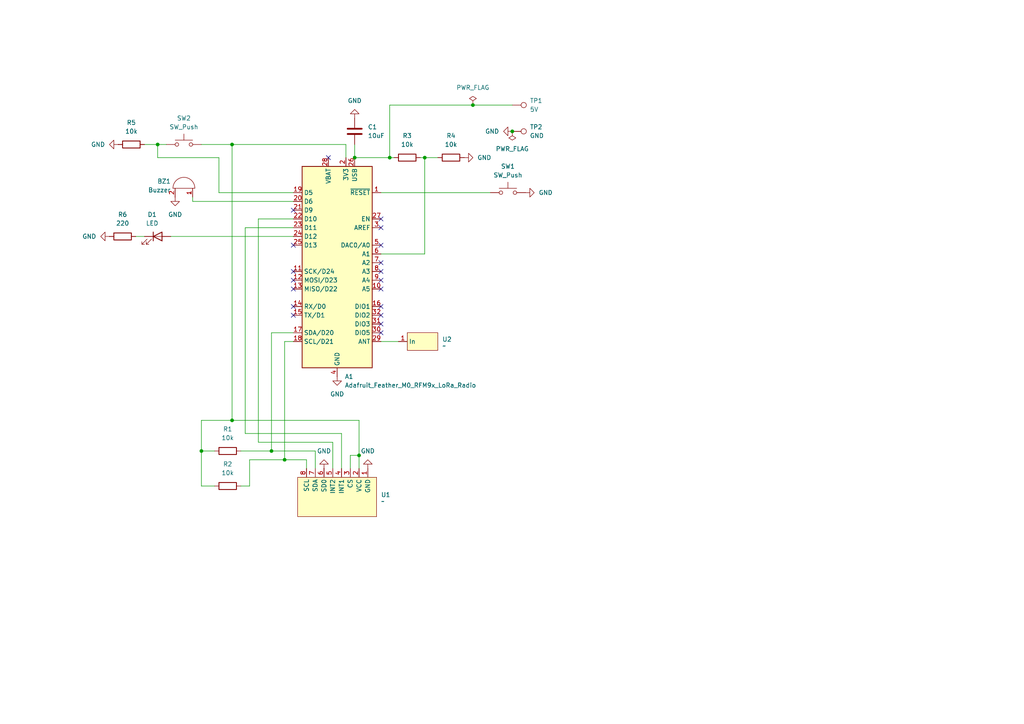
<source format=kicad_sch>
(kicad_sch (version 20231120) (generator "eeschema") (generator_version "8.0")
  (paper "A4")
  (lib_symbols
    (symbol "Connector:TestPoint" (pin_numbers hide) (pin_names (offset 0.762) hide)
      (property "Reference" "TP" (at 0 6.858 0))
      (property "Value" "TestPoint" (at 0 5.08 0))
      (symbol "TestPoint_0_1"
        (circle (center 0 3.302) (radius 0.762))
      )
      (symbol "TestPoint_1_1"
        (pin passive line (at 0 0 90) (length 2.54) (name "1") (number "1"))
      )
    )
    (symbol "Device:Buzzer" (pin_names (offset 0.0254) hide)
      (property "Reference" "BZ" (at 3.81 1.27 0))
      (property "Value" "Buzzer" (at 3.81 -1.27 0))
      (symbol "Buzzer_0_1"
        (arc (start 0 -3.175) (mid 3.1612 0) (end 0 3.175))
        (polyline (pts (xy -1.651 1.905) (xy -1.143 1.905)))
        (polyline (pts (xy -1.397 2.159) (xy -1.397 1.651)))
        (polyline (pts (xy 0 3.175) (xy 0 -3.175)))
      )
      (symbol "Buzzer_1_1"
        (pin passive line (at -2.54 2.54 0) (length 2.54) (name "+") (number "1"))
        (pin passive line (at -2.54 -2.54 0) (length 2.54) (name "-") (number "2"))
      )
    )
    (symbol "Device:C" (pin_numbers hide) (pin_names (offset 0.254))
      (property "Reference" "C" (at 0.635 2.54 0))
      (property "Value" "C" (at 0.635 -2.54 0))
      (symbol "C_0_1"
        (polyline (pts (xy -2.032 -0.762) (xy 2.032 -0.762)) (stroke (width 0.508)))
        (polyline (pts (xy -2.032 0.762) (xy 2.032 0.762)) (stroke (width 0.508)))
      )
      (symbol "C_1_1"
        (pin passive line (at 0 3.81 270) (length 2.794) (name "~") (number "1"))
        (pin passive line (at 0 -3.81 90) (length 2.794) (name "~") (number "2"))
      )
    )
    (symbol "Device:LED" (pin_numbers hide) (pin_names (offset 1.016) hide)
      (property "Reference" "D" (at 0 2.54 0))
      (property "Value" "LED" (at 0 -2.54 0))
      (symbol "LED_0_1"
        (polyline (pts (xy -1.27 -1.27) (xy -1.27 1.27)) (stroke (width 0.254)))
        (polyline (pts (xy -1.27 0) (xy 1.27 0)))
        (polyline (pts (xy 1.27 -1.27) (xy 1.27 1.27) (xy -1.27 0) (xy 1.27 -1.27)) (stroke (width 0.254)))
        (polyline (pts (xy -3.048 -0.762) (xy -4.572 -2.286) (xy -3.81 -2.286) (xy -4.572 -2.286) (xy -4.572 -1.524)))
        (polyline (pts (xy -1.778 -0.762) (xy -3.302 -2.286) (xy -2.54 -2.286) (xy -3.302 -2.286) (xy -3.302 -1.524)))
      )
      (symbol "LED_1_1"
        (pin passive line (at -3.81 0 0) (length 2.54) (name "K") (number "1"))
        (pin passive line (at 3.81 0 180) (length 2.54) (name "A") (number "2"))
      )
    )
    (symbol "Device:R" (pin_numbers hide) (pin_names (offset 0))
      (property "Reference" "R" (at 2.032 0 90))
      (property "Value" "R" (at 0 0 90))
      (symbol "R_0_1"
        (rectangle (start -1.016 -2.54) (end 1.016 2.54) (stroke (width 0.254)))
      )
      (symbol "R_1_1"
        (pin passive line (at 0 3.81 270) (length 1.27) (name "~") (number "1"))
        (pin passive line (at 0 -3.81 90) (length 1.27) (name "~") (number "2"))
      )
    )
    (symbol "MCU_Module:Adafruit_Feather_M0_RFM9x_LoRa_Radio"
      (property "Reference" "A" (at -10.16 29.21 0))
      (property "Value" "Adafruit_Feather_M0_RFM9x_LoRa_Radio" (at 2.54 -31.75 0))
      (symbol "Adafruit_Feather_M0_RFM9x_LoRa_Radio_0_1"
        (rectangle (start -10.16 27.94) (end 10.16 -30.48) (stroke (width 0.254)) (fill (type background)))
      )
      (symbol "Adafruit_Feather_M0_RFM9x_LoRa_Radio_1_1"
        (pin input line (at 12.7 20.32 180) (length 2.54) (name "~{RESET}") (number "1"))
        (pin bidirectional line (at 12.7 -7.62 180) (length 2.54) (name "A5") (number "10"))
        (pin bidirectional line (at -12.7 -2.54 0) (length 2.54) (name "SCK/D24") (number "11"))
        (pin bidirectional line (at -12.7 -5.08 0) (length 2.54) (name "MOSI/D23") (number "12"))
        (pin bidirectional line (at -12.7 -7.62 0) (length 2.54) (name "MISO/D22") (number "13"))
        (pin bidirectional line (at -12.7 -12.7 0) (length 2.54) (name "RX/D0") (number "14"))
        (pin bidirectional line (at -12.7 -15.24 0) (length 2.54) (name "TX/D1") (number "15"))
        (pin bidirectional line (at 12.7 -12.7 180) (length 2.54) (name "DIO1") (number "16"))
        (pin bidirectional line (at -12.7 -20.32 0) (length 2.54) (name "SDA/D20") (number "17"))
        (pin bidirectional line (at -12.7 -22.86 0) (length 2.54) (name "SCL/D21") (number "18"))
        (pin bidirectional line (at -12.7 20.32 0) (length 2.54) (name "D5") (number "19"))
        (pin power_in line (at 2.54 30.48 270) (length 2.54) (name "3V3") (number "2"))
        (pin bidirectional line (at -12.7 17.78 0) (length 2.54) (name "D6") (number "20"))
        (pin bidirectional line (at -12.7 15.24 0) (length 2.54) (name "D9") (number "21"))
        (pin bidirectional line (at -12.7 12.7 0) (length 2.54) (name "D10") (number "22"))
        (pin bidirectional line (at -12.7 10.16 0) (length 2.54) (name "D11") (number "23"))
        (pin bidirectional line (at -12.7 7.62 0) (length 2.54) (name "D12") (number "24"))
        (pin bidirectional line (at -12.7 5.08 0) (length 2.54) (name "D13") (number "25"))
        (pin power_in line (at 5.08 30.48 270) (length 2.54) (name "USB") (number "26"))
        (pin input line (at 12.7 12.7 180) (length 2.54) (name "EN") (number "27"))
        (pin power_in line (at -2.54 30.48 270) (length 2.54) (name "VBAT") (number "28"))
        (pin bidirectional line (at 12.7 -22.86 180) (length 2.54) (name "ANT") (number "29"))
        (pin input line (at 12.7 10.16 180) (length 2.54) (name "AREF") (number "3"))
        (pin bidirectional line (at 12.7 -20.32 180) (length 2.54) (name "DIO5") (number "30"))
        (pin bidirectional line (at 12.7 -17.78 180) (length 2.54) (name "DIO3") (number "31"))
        (pin bidirectional line (at 12.7 -15.24 180) (length 2.54) (name "DIO2") (number "32"))
        (pin power_in line (at 0 -33.02 90) (length 2.54) (name "GND") (number "4"))
        (pin bidirectional line (at 12.7 5.08 180) (length 2.54) (name "DAC0/A0") (number "5"))
        (pin bidirectional line (at 12.7 2.54 180) (length 2.54) (name "A1") (number "6"))
        (pin bidirectional line (at 12.7 0 180) (length 2.54) (name "A2") (number "7"))
        (pin bidirectional line (at 12.7 -2.54 180) (length 2.54) (name "A3") (number "8"))
        (pin bidirectional line (at 12.7 -5.08 180) (length 2.54) (name "A4") (number "9"))
      )
    )
    (symbol "Switch:SW_Push" (pin_numbers hide) (pin_names (offset 1.016) hide)
      (property "Reference" "SW" (at 1.27 2.54 0))
      (property "Value" "SW_Push" (at 0 -1.524 0))
      (symbol "SW_Push_0_1"
        (circle (center -2.032 0) (radius 0.508))
        (polyline (pts (xy 0 1.27) (xy 0 3.048)))
        (polyline (pts (xy 2.54 1.27) (xy -2.54 1.27)))
        (circle (center 2.032 0) (radius 0.508))
        (pin passive line (at -5.08 0 0) (length 2.54) (name "1") (number "1"))
        (pin passive line (at 5.08 0 180) (length 2.54) (name "2") (number "2"))
      )
    )
    (symbol "dmcginnis427:ADX345_Breakout"
      (property "Reference" "U" (at 5.842 1.524 0))
      (symbol "ADX345_Breakout_1_1"
        (rectangle (start 0 0) (end 11.43 -22.86) (fill (type background)))
        (pin passive line (at -2.54 -2.54 0) (length 2.54) (name "GND") (number "1"))
        (pin passive line (at -2.54 -5.08 0) (length 2.54) (name "VCC") (number "2"))
        (pin passive line (at -2.54 -7.62 0) (length 2.54) (name "CS") (number "3"))
        (pin passive line (at -2.54 -10.16 0) (length 2.54) (name "INT1") (number "4"))
        (pin passive line (at -2.54 -12.7 0) (length 2.54) (name "INT2") (number "5"))
        (pin passive line (at -2.54 -15.24 0) (length 2.54) (name "SD0") (number "6"))
        (pin passive line (at -2.54 -17.78 0) (length 2.54) (name "SDA") (number "7"))
        (pin passive line (at -2.54 -20.32 0) (length 2.54) (name "SCL") (number "8"))
      )
    )
    (symbol "dmcginnis427:antSpring433"
      (property "Reference" "U" (at 0 2.794 0))
      (symbol "antSpring433_1_1"
        (rectangle (start 2.54 2.54) (end 11.43 -2.54) (fill (type background)))
        (pin passive line (at 0 0 0) (length 2.54) (name "In") (number "1"))
      )
    )
    (symbol "power:GND" (power) (pin_numbers hide) (pin_names (offset 0) hide)
      (property "Value" "GND" (at 0 -3.81 0))
      (symbol "GND_0_1"
        (polyline (pts (xy 0 0) (xy 0 -1.27) (xy 1.27 -1.27) (xy 0 -2.54) (xy -1.27 -1.27) (xy 0 -1.27)))
      )
      (symbol "GND_1_1"
        (pin power_in line (at 0 0 270) (length 0) (name "~") (number "1"))
      )
    )
    (symbol "power:PWR_FLAG" (power) (pin_numbers hide) (pin_names (offset 0) hide)
      (property "Value" "PWR_FLAG" (at 0 3.81 0))
      (symbol "PWR_FLAG_0_0"
        (pin power_out line (at 0 0 90) (length 0) (name "~") (number "1"))
      )
      (symbol "PWR_FLAG_0_1"
        (polyline (pts (xy 0 0) (xy 0 1.27) (xy -1.016 1.905) (xy 0 2.54) (xy 1.016 1.905) (xy 0 1.27)))
      )
    )
  )
  (junction (at 102.87 45.72))
  (junction (at 123.19 45.72))
  (junction (at 58.42 130.81))
  (junction (at 82.55 133.35))
  (junction (at 67.31 121.92))
  (junction (at 67.31 41.91))
  (junction (at 148.59 38.1))
  (junction (at 113.03 45.72))
  (junction (at 104.14 132.08))
  (junction (at 45.72 41.91))
  (junction (at 137.16 30.48))
  (junction (at 78.74 130.81))
  (no_connect (at 110.49 88.9))
  (no_connect (at 85.09 88.9))
  (no_connect (at 110.49 63.5))
  (no_connect (at 85.09 71.12))
  (no_connect (at 110.49 93.98))
  (no_connect (at 95.25 45.72))
  (no_connect (at 85.09 81.28))
  (no_connect (at 110.49 83.82))
  (no_connect (at 110.49 66.04))
  (no_connect (at 110.49 71.12))
  (no_connect (at 85.09 78.74))
  (no_connect (at 110.49 76.2))
  (no_connect (at 110.49 96.52))
  (no_connect (at 110.49 78.74))
  (no_connect (at 110.49 81.28))
  (no_connect (at 85.09 60.96))
  (no_connect (at 85.09 91.44))
  (no_connect (at 85.09 83.82))
  (no_connect (at 110.49 91.44))
  (wire (pts (xy 58.42 41.91) (xy 67.31 41.91)))
  (wire (pts (xy 88.9 133.35) (xy 88.9 135.89)))
  (wire (pts (xy 49.53 68.58) (xy 85.09 68.58)))
  (wire (pts (xy 91.44 135.89) (xy 91.44 130.81)))
  (wire (pts (xy 99.06 135.89) (xy 99.06 125.73)))
  (wire (pts (xy 110.49 55.88) (xy 142.24 55.88)))
  (wire (pts (xy 99.06 125.73) (xy 71.12 125.73)))
  (wire (pts (xy 55.88 58.42) (xy 55.88 57.15)))
  (wire (pts (xy 45.72 45.72) (xy 45.72 41.91)))
  (wire (pts (xy 96.52 135.89) (xy 96.52 128.27)))
  (wire (pts (xy 82.55 133.35) (xy 88.9 133.35)))
  (wire (pts (xy 58.42 130.81) (xy 58.42 121.92)))
  (wire (pts (xy 41.91 41.91) (xy 45.72 41.91)))
  (wire (pts (xy 69.85 140.97) (xy 72.39 140.97)))
  (wire (pts (xy 63.5 55.88) (xy 63.5 45.72)))
  (wire (pts (xy 39.37 68.58) (xy 41.91 68.58)))
  (wire (pts (xy 101.6 132.08) (xy 104.14 132.08)))
  (wire (pts (xy 102.87 41.91) (xy 102.87 45.72)))
  (wire (pts (xy 67.31 41.91) (xy 100.33 41.91)))
  (wire (pts (xy 113.03 30.48) (xy 113.03 45.72)))
  (wire (pts (xy 137.16 30.48) (xy 113.03 30.48)))
  (wire (pts (xy 62.23 140.97) (xy 58.42 140.97)))
  (wire (pts (xy 67.31 121.92) (xy 67.31 41.91)))
  (wire (pts (xy 123.19 73.66) (xy 123.19 45.72)))
  (wire (pts (xy 45.72 41.91) (xy 48.26 41.91)))
  (wire (pts (xy 96.52 128.27) (xy 74.93 128.27)))
  (wire (pts (xy 110.49 73.66) (xy 123.19 73.66)))
  (wire (pts (xy 63.5 45.72) (xy 45.72 45.72)))
  (wire (pts (xy 82.55 99.06) (xy 82.55 133.35)))
  (wire (pts (xy 78.74 130.81) (xy 78.74 96.52)))
  (wire (pts (xy 104.14 132.08) (xy 104.14 121.92)))
  (wire (pts (xy 62.23 130.81) (xy 58.42 130.81)))
  (wire (pts (xy 148.59 30.48) (xy 137.16 30.48)))
  (wire (pts (xy 121.92 45.72) (xy 123.19 45.72)))
  (wire (pts (xy 58.42 121.92) (xy 67.31 121.92)))
  (wire (pts (xy 72.39 140.97) (xy 72.39 133.35)))
  (wire (pts (xy 101.6 135.89) (xy 101.6 132.08)))
  (wire (pts (xy 123.19 45.72) (xy 127 45.72)))
  (wire (pts (xy 78.74 96.52) (xy 85.09 96.52)))
  (wire (pts (xy 74.93 128.27) (xy 74.93 63.5)))
  (wire (pts (xy 85.09 58.42) (xy 55.88 58.42)))
  (wire (pts (xy 104.14 135.89) (xy 104.14 132.08)))
  (wire (pts (xy 71.12 125.73) (xy 71.12 66.04)))
  (wire (pts (xy 58.42 140.97) (xy 58.42 130.81)))
  (wire (pts (xy 85.09 99.06) (xy 82.55 99.06)))
  (wire (pts (xy 69.85 130.81) (xy 78.74 130.81)))
  (wire (pts (xy 85.09 55.88) (xy 63.5 55.88)))
  (wire (pts (xy 102.87 45.72) (xy 113.03 45.72)))
  (wire (pts (xy 113.03 45.72) (xy 114.3 45.72)))
  (wire (pts (xy 71.12 66.04) (xy 85.09 66.04)))
  (wire (pts (xy 72.39 133.35) (xy 82.55 133.35)))
  (wire (pts (xy 110.49 99.06) (xy 115.57 99.06)))
  (wire (pts (xy 100.33 41.91) (xy 100.33 45.72)))
  (wire (pts (xy 91.44 130.81) (xy 78.74 130.81)))
  (wire (pts (xy 104.14 121.92) (xy 67.31 121.92)))
  (wire (pts (xy 74.93 63.5) (xy 85.09 63.5)))
  (symbol (lib_id "dmcginnis427:antSpring433") (at 115.57 99.06 0) (unit 1)
    (property "Reference" "U2" (at 128.27 98.4249 0) (effects (justify left)))
    (property "Value" "~" (at 128.27 100.33 0) (effects (justify left)))
    (property "Footprint" "dmcginnis427Footprints:SpringAnt33" (effects (hide yes)))
  )
  (symbol (lib_id "Switch:SW_Push") (at 147.32 55.88 0) (unit 1)
    (property "Reference" "SW1" (at 147.32 48.26 0))
    (property "Value" "SW_Push" (at 147.32 50.8 0))
    (property "Footprint" "Button_Switch_THT:SW_PUSH_6mm" (effects (hide yes)))
    (property "Description" "Push button switch, generic, two pins" (effects (hide yes)))
  )
  (symbol (lib_id "power:GND") (at 50.8 57.15 0) (unit 1)
    (property "Reference" "#PWR07" (effects (hide yes)))
    (property "Value" "GND" (at 50.8 62.23 0))
    (property "Description" "Power symbol creates a global label with name \"GND\" , ground" (effects (hide yes)))
  )
  (symbol (lib_id "Device:R") (at 118.11 45.72 90) (unit 1)
    (property "Reference" "R3" (at 118.11 39.37 90))
    (property "Value" "10k" (at 118.11 41.91 90))
    (property "Footprint" "Resistor_SMD:R_1206_3216Metric_Pad1.30x1.75mm_HandSolder" (effects (hide yes)))
    (property "Description" "Resistor" (effects (hide yes)))
  )
  (symbol (lib_id "Device:R") (at 35.56 68.58 90) (unit 1)
    (property "Reference" "R6" (at 35.56 62.23 90))
    (property "Value" "220" (at 35.56 64.77 90))
    (property "Footprint" "Resistor_SMD:R_1206_3216Metric_Pad1.30x1.75mm_HandSolder" (effects (hide yes)))
    (property "Description" "Resistor" (effects (hide yes)))
  )
  (symbol (lib_id "power:GND") (at 93.98 135.89 180) (unit 1)
    (property "Reference" "#PWR02" (effects (hide yes)))
    (property "Value" "GND" (at 93.98 130.81 0))
    (property "Description" "Power symbol creates a global label with name \"GND\" , ground" (effects (hide yes)))
  )
  (symbol (lib_id "power:GND") (at 152.4 55.88 90) (unit 1)
    (property "Reference" "#PWR05" (effects (hide yes)))
    (property "Value" "GND" (at 156.21 55.8799 90) (effects (justify right)))
    (property "Description" "Power symbol creates a global label with name \"GND\" , ground" (effects (hide yes)))
  )
  (symbol (lib_id "power:PWR_FLAG") (at 148.59 38.1 180) (unit 1)
    (property "Reference" "#FLG02" (effects (hide yes)))
    (property "Value" "PWR_FLAG" (at 148.59 43.18 0))
    (property "Description" "Special symbol for telling ERC where power comes from" (effects (hide yes)))
  )
  (symbol (lib_id "dmcginnis427:ADX345_Breakout") (at 109.22 138.43 270) (unit 1)
    (property "Reference" "U1" (at 110.49 143.5099 90) (effects (justify left)))
    (property "Value" "~" (at 110.49 145.415 90) (effects (justify left)))
    (property "Footprint" "dmcginnis427Footprints:ADXL345_Breakout" (effects (hide yes)))
  )
  (symbol (lib_id "power:GND") (at 102.87 34.29 180) (unit 1)
    (property "Reference" "#PWR06" (effects (hide yes)))
    (property "Value" "GND" (at 102.87 29.21 0))
    (property "Description" "Power symbol creates a global label with name \"GND\" , ground" (effects (hide yes)))
  )
  (symbol (lib_id "Switch:SW_Push") (at 53.34 41.91 0) (unit 1)
    (property "Reference" "SW2" (at 53.34 34.29 0))
    (property "Value" "SW_Push" (at 53.34 36.83 0))
    (property "Footprint" "dmcginnis427Footprints:bigButton" (effects (hide yes)))
    (property "Description" "Push button switch, generic, two pins" (effects (hide yes)))
  )
  (symbol (lib_id "power:PWR_FLAG") (at 137.16 30.48 0) (unit 1)
    (property "Reference" "#FLG01" (effects (hide yes)))
    (property "Value" "PWR_FLAG" (at 137.16 25.4 0))
    (property "Description" "Special symbol for telling ERC where power comes from" (effects (hide yes)))
  )
  (symbol (lib_id "Device:R") (at 38.1 41.91 90) (unit 1)
    (property "Reference" "R5" (at 38.1 35.56 90))
    (property "Value" "10k" (at 38.1 38.1 90))
    (property "Footprint" "Resistor_SMD:R_1206_3216Metric_Pad1.30x1.75mm_HandSolder" (effects (hide yes)))
    (property "Description" "Resistor" (effects (hide yes)))
  )
  (symbol (lib_id "Connector:TestPoint") (at 148.59 30.48 270) (unit 1)
    (property "Reference" "TP1" (at 153.67 29.2099 90) (effects (justify left)))
    (property "Value" "5V" (at 153.67 31.7499 90) (effects (justify left)))
    (property "Footprint" "dmcginnis427Footprints:PCB_THT" (effects (hide yes)))
    (property "Description" "test point" (effects (hide yes)))
  )
  (symbol (lib_id "Device:Buzzer") (at 53.34 54.61 270) (mirror x) (unit 1)
    (property "Reference" "BZ1" (at 49.53 52.5848 90) (effects (justify right)))
    (property "Value" "Buzzer" (at 49.53 55.1248 90) (effects (justify right)))
    (property "Footprint" "Buzzer_Beeper:Buzzer_15x7.5RM7.6" (effects (hide yes)))
    (property "Description" "Buzzer, polarized" (effects (hide yes)))
  )
  (symbol (lib_id "Device:R") (at 66.04 140.97 90) (unit 1)
    (property "Reference" "R2" (at 66.04 134.62 90))
    (property "Value" "10k" (at 66.04 137.16 90))
    (property "Footprint" "Resistor_SMD:R_1206_3216Metric_Pad1.30x1.75mm_HandSolder" (effects (hide yes)))
    (property "Description" "Resistor" (effects (hide yes)))
  )
  (symbol (lib_id "Device:LED") (at 45.72 68.58 0) (unit 1)
    (property "Reference" "D1" (at 44.1325 62.23 0))
    (property "Value" "LED" (at 44.1325 64.77 0))
    (property "Footprint" "LED_THT:LED_D5.0mm" (effects (hide yes)))
    (property "Description" "Light emitting diode" (effects (hide yes)))
  )
  (symbol (lib_id "power:GND") (at 134.62 45.72 90) (unit 1)
    (property "Reference" "#PWR04" (effects (hide yes)))
    (property "Value" "GND" (at 138.43 45.7199 90) (effects (justify right)))
    (property "Description" "Power symbol creates a global label with name \"GND\" , ground" (effects (hide yes)))
  )
  (symbol (lib_id "Connector:TestPoint") (at 148.59 38.1 270) (unit 1)
    (property "Reference" "TP2" (at 153.67 36.8299 90) (effects (justify left)))
    (property "Value" "GND" (at 153.67 39.3699 90) (effects (justify left)))
    (property "Footprint" "dmcginnis427Footprints:PCB_THT" (effects (hide yes)))
    (property "Description" "test point" (effects (hide yes)))
  )
  (symbol (lib_id "power:GND") (at 31.75 68.58 270) (unit 1)
    (property "Reference" "#PWR09" (effects (hide yes)))
    (property "Value" "GND" (at 27.94 68.5799 90) (effects (justify right)))
    (property "Description" "Power symbol creates a global label with name \"GND\" , ground" (effects (hide yes)))
  )
  (symbol (lib_id "MCU_Module:Adafruit_Feather_M0_RFM9x_LoRa_Radio") (at 97.79 76.2 0) (unit 1)
    (property "Reference" "A1" (at 99.9841 109.22 0) (effects (justify left)))
    (property "Value" "Adafruit_Feather_M0_RFM9x_LoRa_Radio" (at 99.9841 111.76 0) (effects (justify left)))
    (property "Footprint" "Module:Adafruit_Feather_M0_RFM" (effects (hide yes)))
    (property "Datasheet" "https://cdn-learn.adafruit.com/downloads/pdf/adafruit-feather-m0-radio-with-lora-radio-module.pdf" (effects (hide yes)))
    (property "Description" "Microcontroller module with SAMD21 Cortex-M0 MCU and RFM9x Radio" (effects (hide yes)))
  )
  (symbol (lib_id "power:GND") (at 148.59 38.1 270) (unit 1)
    (property "Reference" "#PWR010" (effects (hide yes)))
    (property "Value" "GND" (at 144.78 38.0999 90) (effects (justify right)))
    (property "Description" "Power symbol creates a global label with name \"GND\" , ground" (effects (hide yes)))
  )
  (symbol (lib_id "power:GND") (at 34.29 41.91 270) (unit 1)
    (property "Reference" "#PWR08" (effects (hide yes)))
    (property "Value" "GND" (at 30.48 41.9099 90) (effects (justify right)))
    (property "Description" "Power symbol creates a global label with name \"GND\" , ground" (effects (hide yes)))
  )
  (symbol (lib_id "power:GND") (at 97.79 109.22 0) (unit 1)
    (property "Reference" "#PWR03" (effects (hide yes)))
    (property "Value" "GND" (at 97.79 114.3 0))
    (property "Description" "Power symbol creates a global label with name \"GND\" , ground" (effects (hide yes)))
  )
  (symbol (lib_id "Device:R") (at 130.81 45.72 90) (unit 1)
    (property "Reference" "R4" (at 130.81 39.37 90))
    (property "Value" "10k" (at 130.81 41.91 90))
    (property "Footprint" "Resistor_SMD:R_1206_3216Metric_Pad1.30x1.75mm_HandSolder" (effects (hide yes)))
    (property "Description" "Resistor" (effects (hide yes)))
  )
  (symbol (lib_id "power:GND") (at 106.68 135.89 180) (unit 1)
    (property "Reference" "#PWR01" (effects (hide yes)))
    (property "Value" "GND" (at 106.68 130.81 0))
    (property "Description" "Power symbol creates a global label with name \"GND\" , ground" (effects (hide yes)))
  )
  (symbol (lib_id "Device:R") (at 66.04 130.81 90) (unit 1)
    (property "Reference" "R1" (at 66.04 124.46 90))
    (property "Value" "10k" (at 66.04 127 90))
    (property "Footprint" "Resistor_SMD:R_1206_3216Metric_Pad1.30x1.75mm_HandSolder" (effects (hide yes)))
    (property "Description" "Resistor" (effects (hide yes)))
  )
  (symbol (lib_id "Device:C") (at 102.87 38.1 0) (unit 1)
    (property "Reference" "C1" (at 106.68 36.8299 0) (effects (justify left)))
    (property "Value" "10uF" (at 106.68 39.3699 0) (effects (justify left)))
    (property "Footprint" "Capacitor_SMD:C_1206_3216Metric_Pad1.33x1.80mm_HandSolder" (effects (hide yes)))
    (property "Description" "Unpolarized capacitor" (effects (hide yes)))
  )
)
</source>
